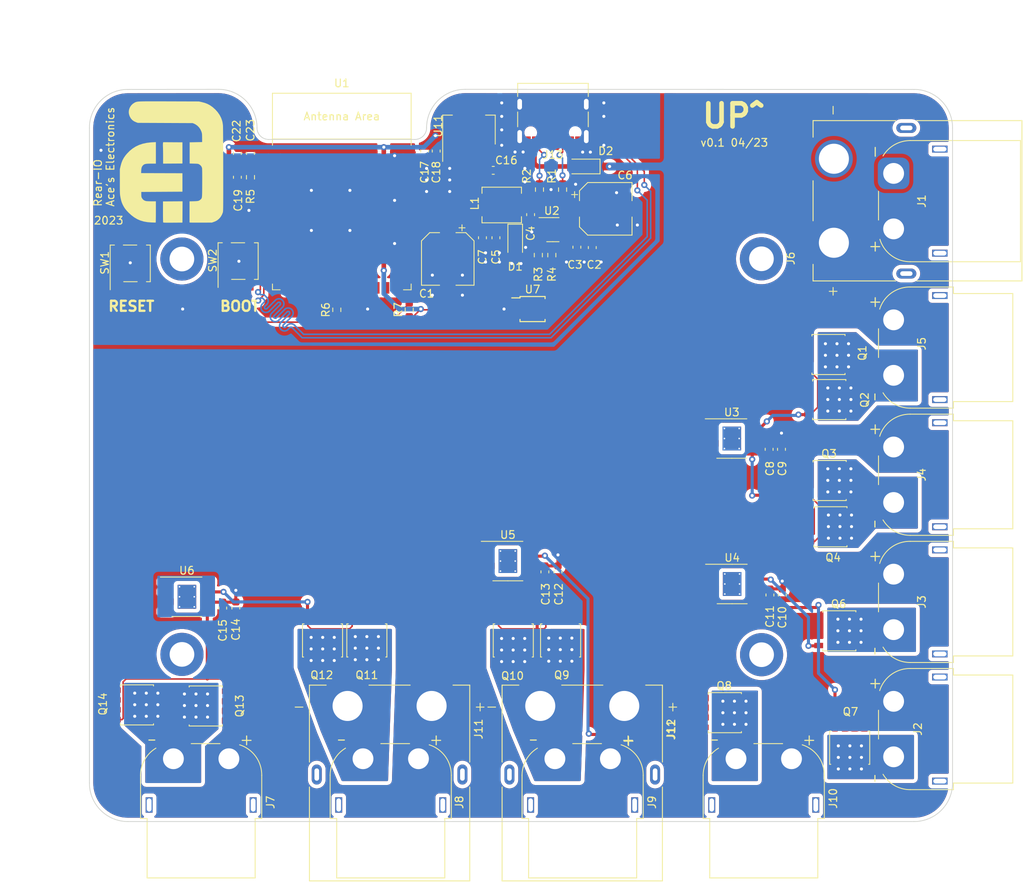
<source format=kicad_pcb>
(kicad_pcb (version 20221018) (generator pcbnew)
  (layers (0 "F.Cu" power) (1 "In1.Cu" signal) (2 "In2.Cu" signal) (31 "B.Cu" power) (34 "B.Paste" user) (35 "F.Paste" user) (36 "B.SilkS" user "B.Silkscreen") (37 "F.SilkS" user "F.Silkscreen") (38 "B.Mask" user) (39 "F.Mask" user) (44 "Edge.Cuts" user))
  (net 0 "")
  (net 34 "+5V")
  (net 35 "GND")
  (net 36 "Net-(U2-BST)")
  (net 37 "Net-(D1-K)")
  (net 38 "VBUS")
  (net 39 "Net-(J13-CC1)")
  (net 40 "USB_D+")
  (net 41 "USB_D-")
  (net 43 "Net-(J13-CC2)")
  (net 45 "Net-(U2-FB)")
  (net 46 "VIN")
  (net 47 "+3.3V")
  (net 48 "Net-(J2-Pin_1)")
  (net 49 "Net-(J3-Pin_1)")
  (net 50 "Net-(J4-Pin_1)")
  (net 51 "Net-(J5-Pin_1)")
  (net 52 "Net-(J7-Pin_1)")
  (net 53 "Net-(J11-Pin_1)")
  (net 54 "Net-(J12-Pin_1)")
  (net 55 "Net-(J10-Pin_1)")
  (net 56 "Net-(Q1-G)")
  (net 57 "Net-(Q3-G)")
  (net 58 "RST")
  (net 59 "Net-(Q10-G)")
  (net 60 "Net-(Q13-G)")
  (net 61 "Net-(U1-GPIO12{slash}TOUCH12{slash}ADC2_CH1{slash}FSPICLK{slash}FSPIIO6{slash}SUBSPICLK)")
  (net 78 "Net-(Q11-G)")
  (net 86 "Net-(Q8-G)")
  (net 87 "Net-(Q7-G)")
  (net 88 "Net-(Q6-G)")
  (net 89 "BOOT")
  (footprint "Acea:AMASS_XT90PW-F" (layer "F.Cu") (at 125.95 133.9 180)
    (fp_text reference "J11")
    (fp_text value "Conn_01x02_Pin")
  )
  (footprint "Resistor_SMD:R_0603_1608Metric" (layer "F.Cu") (at 107.9 56.4 -90)
    (fp_text reference "R5")
    (fp_text value "16k")
  )
  (footprint "Package_TO_SOT_SMD:LFPAK56" (layer "F.Cu") (at 184.3 115.25)
    (fp_text reference "Q6")
    (fp_text value "NTMFS4C03N-HXY")
  )
  (footprint "Capacitor_SMD:CP_Elec_6.3x7.7" (layer "F.Cu") (at 154 60.5)
    (fp_text reference "C6")
    (fp_text value "220uF")
  )
  (footprint "Connector_AMASS:AMASS_XT60PW-F_1x02_P7.20mm_Horizontal" (layer "F.Cu") (at 147.4 131.85 180)
    (fp_text reference "J9")
    (fp_text value "Conn_01x02_Pin")
  )
  (footprint "Package_TO_SOT_SMD:LFPAK56" (layer "F.Cu") (at 93.17 124.86)
    (fp_text reference "Q14")
    (fp_text value "NTMFS4C03N-HXY")
  )
  (footprint "Package_TO_SOT_SMD:SOT-23-6" (layer "F.Cu") (at 147.1375 63.2)
    (fp_text reference "U2")
    (fp_text value "AOZ1280CI")
  )
  (footprint "Resistor_SMD:R_0603_1608Metric" (layer "F.Cu") (at 145.4 58 90)
    (fp_text reference "R2")
    (fp_text value "5.1k")
  )
  (footprint "Package_TO_SOT_SMD:LFPAK56" (layer "F.Cu") (at 183.05 95.75)
    (fp_text reference "Q3")
    (fp_text value "NTMFS4C03N-HXY")
  )
  (footprint "Capacitor_SMD:C_0603_1608Metric" (layer "F.Cu") (at 107.9 53.3 90)
    (fp_text reference "C23")
    (fp_text value "100nF")
  )
  (footprint "Capacitor_SMD:CP_Elec_6.3x5.4" (layer "F.Cu") (at 133.5 67 -90)
    (fp_text reference "C1")
    (fp_text value "22uF")
  )
  (footprint "MountingHole:MountingHole_3.2mm_M3_DIN965_Pad" (layer "F.Cu") (at 99 67.01)
    (fp_text reference "H1" hide)
    (fp_text value "MountingHole")
  )
  (footprint "Capacitor_SMD:C_0603_1608Metric" (layer "F.Cu") (at 139.4 55.5)
    (fp_text reference "C16")
    (fp_text value "100nF")
  )
  (footprint "Package_TO_SOT_SMD:LFPAK56" (layer "F.Cu") (at 142 116.5 -90)
    (fp_text reference "Q10")
    (fp_text value "NTMFS4C03N-HXY")
  )
  (footprint "MountingHole:MountingHole_3.2mm_M3_DIN965_Pad" (layer "F.Cu") (at 174.2 66.98)
    (fp_text reference "H2" hide)
    (fp_text value "MountingHole")
  )
  (footprint "Connector_AMASS:AMASS_XT60PW-F_1x02_P7.20mm_Horizontal" (layer "F.Cu") (at 122.5 131.85 180)
    (fp_text reference "J8")
    (fp_text value "Conn_01x02_Pin")
  )
  (footprint "Capacitor_SMD:C_0603_1608Metric" (layer "F.Cu") (at 144.25 61.25 90)
    (fp_text reference "C4")
    (fp_text value "100nF")
  )
  (footprint "Connector_AMASS:AMASS_XT60PW-F_1x02_P7.20mm_Horizontal" (layer "F.Cu") (at 97.9 131.85 180)
    (fp_text reference "J7")
    (fp_text value "Conn_01x02_Pin")
  )
  (footprint "Capacitor_SMD:C_0603_1608Metric" (layer "F.Cu") (at 106.2 56.4 -90)
    (fp_text reference "C19")
    (fp_text value "100nF")
  )
  (footprint "Package_SO:HSOP-8-1EP_3.9x4.9mm_P1.27mm_EP2.41x3.1mm_ThermalVias" (layer "F.Cu") (at 141.295 106.2)
    (fp_text reference "U5")
    (fp_text value "MIC4426")
  )
  (footprint "Capacitor_SMD:C_0603_1608Metric" (layer "F.Cu") (at 138 64.25 -90)
    (fp_text reference "C7")
    (fp_text value "10uF")
  )
  (footprint "Connector_AMASS:AMASS_XT60PW-M_1x02_P7.20mm_Horizontal" (layer "F.Cu") (at 191.35 55.9 -90)
    (fp_text reference "J1")
    (fp_text value "Conn_01x02_Pin")
  )
  (footprint "Connector_AMASS:AMASS_XT60PW-F_1x02_P7.20mm_Horizontal" (layer "F.Cu") (at 191.35 82.1 -90)
    (fp_text reference "J5")
    (fp_text value "Conn_01x02_Pin")
  )
  (footprint "Package_TO_SOT_SMD:SOT-223" (layer "F.Cu") (at 136.25 50.25 90)
    (fp_text reference "U11")
    (fp_text value "TLV1117-33")
  )
  (footprint "Resistor_SMD:R_0603_1608Metric" (layer "F.Cu") (at 119.1 73.6 90)
    (fp_text reference "R6")
    (fp_text value "16k")
  )
  (footprint "Connector_AMASS:AMASS_XT60PW-F_1x02_P7.20mm_Horizontal" (layer "F.Cu") (at 191.35 131.6 -90)
    (fp_text reference "J2")
    (fp_text value "Conn_01x02_Pin")
  )
  (footprint "Capacitor_SMD:C_0603_1608Metric" (layer "F.Cu") (at 106.2 53.3 90)
    (fp_text reference "C22")
    (fp_text value "10uF")
  )
  (footprint "Capacitor_SMD:C_0603_1608Metric" (layer "F.Cu") (at 146.1 107.6 -90)
    (fp_text reference "C13")
    (fp_text value "100nF")
  )
  (footprint "Inductor_SMD:L_Chilisin_BMRA00040415" (layer "F.Cu") (at 140.5 60 180)
    (fp_text reference "L1")
    (fp_text value "10uH")
  )
  (footprint "Package_TO_SOT_SMD:LFPAK56" (layer "F.Cu") (at 102.1 125 180)
    (fp_text reference "Q13")
    (fp_text value "NTMFS4C03N-HXY")
  )
  (footprint "Resistor_SMD:R_0603_1608Metric" (layer "F.Cu") (at 145.25 66.5 -90)
    (fp_text reference "R3")
    (fp_text value "82k")
  )
  (footprint "Package_TO_SOT_SMD:LFPAK56" (layer "F.Cu") (at 185.65 130.42 -90)
    (fp_text reference "Q7")
    (fp_text value "NTMFS4C03N-HXY")
  )
  (footprint "Capacitor_SMD:C_0603_1608Metric" (layer "F.Cu") (at 106 112.285 -90)
    (fp_text reference "C14")
    (fp_text value "10uF")
  )
  (footprint "Resistor_SMD:R_0603_1608Metric" (layer "F.Cu") (at 147 66.5 90)
    (fp_text reference "R4")
    (fp_text value "16k")
  )
  (footprint "Package_TO_SOT_SMD:LFPAK56" (layer "F.Cu") (at 169.45 125.87)
    (fp_text reference "Q8")
    (fp_text value "NTMFS4C03N-HXY")
  )
  (footprint "Package_SO:TSSOP-10_3x3mm_P0.5mm" (layer "F.Cu") (at 144.5 73.5)
    (fp_text reference "U7")
    (fp_text value "ADS1115IDGS")
  )
  (footprint "Package_TO_SOT_SMD:LFPAK56" (layer "F.Cu") (at 182.9 79.4)
    (fp_text reference "Q1")
    (fp_text value "NTMFS4C03N-HXY")
  )
  (footprint "Capacitor_SMD:C_0603_1608Metric" (layer "F.Cu") (at 147.8 107.6 -90)
    (fp_text reference "C12")
    (fp_text value "10uF")
  )
  (footprint "Capacitor_SMD:C_0603_1608Metric" (layer "F.Cu") (at 130.5 53 -90)
    (fp_text reference "C17")
    (fp_text value "10uF")
  )
  (footprint "Capacitor_SMD:C_0603_1608Metric" (layer "F.Cu") (at 132 53 -90)
    (fp_text reference "C18")
    (fp_text value "100nF")
  )
  (footprint "Capacitor_SMD:C_0603_1608Metric" (layer "F.Cu") (at 104.3 112.3 -90)
    (fp_text reference "C15")
    (fp_text value "100nF")
  )
  (footprint "Acea:ae_15mm" (layer "F.Cu") (at 97.6 54.6)
    (fp_text reference "G***" hide)
    (fp_text value "LOGO" hide)
  )
  (footprint "Package_TO_SOT_SMD:LFPAK56" (layer "F.Cu") (at 183.15 101.75)
    (fp_text reference "Q4")
    (fp_text value "NTMFS4C03N-HXY")
  )
  (footprint "Capacitor_SMD:C_0603_1608Metric" (layer "F.Cu") (at 152.25 65.525 -90)
    (fp_text reference "C2")
    (fp_text value "10uF")
  )
  (footprint "Acea:TS4550TP" (layer "F.Cu") (at 106.3 67.2 90)
    (fp_text reference "SW2")
    (fp_text value "C620183")
  )
  (footprint "Package_SO:HSOP-8-1EP_3.9x4.9mm_P1.27mm_EP2.41x3.1mm_ThermalVias" (layer "F.Cu") (at 99.65 110.835)
    (fp_text reference "U6")
    (fp_text value "MIC4426")
  )
  (footprint "Connector_USB:USB_C_Receptacle_G-Switch_GT-USB-7010ASV" (layer "F.Cu") (at 147.15 48 180)
    (fp_text reference "J13")
    (fp_text value "USB_C_Receptacle_USB2.0")
  )
  (footprint "Capacitor_SMD:C_0603_1608Metric" (layer "F.Cu") (at 175.3 110.6 -90)
    (fp_text reference "C11")
    (fp_text value "100nF")
  )
  (footprint "Resistor_SMD:R_0603_1608Metric" (layer "F.Cu") (at 148.4 58 -90)
    (fp_text reference "R1")
    (fp_text value "5.1k")
  )
  (footprint "Connector_AMASS:AMASS_XT60PW-F_1x02_P7.20mm_Horizontal" (layer "F.Cu") (at 170.9 131.85 180)
    (fp_text reference "J10")
    (fp_text value "Conn_01x02_Pin")
  )
  (footprint "Package_SO:HSOP-8-1EP_3.9x4.9mm_P1.27mm_EP2.41x3.1mm_ThermalVias" (layer "F.Cu") (at 170.355 90.3)
    (fp_text reference "U3")
    (fp_text value "MIC4426")
  )
  (footprint "Connector_AMASS:AMASS_XT60PW-F_1x02_P7.20mm_Horizontal" (layer "F.Cu") (at 191.35 98.6 -90)
    (fp_text reference "J4")
    (fp_text value "Conn_01x02_Pin")
  )
  (footprint "Package_TO_SOT_SMD:LFPAK56" (layer "F.Cu") (at 148.14 116.5 -90)
    (fp_text reference "Q9")
    (fp_text value "NTMFS4C03N-HXY")
  )
  (footprint "Capacitor_SMD:C_0603_1608Metric" (layer "F.Cu") (at 176.9 110.6 -90)
    (fp_text reference "C10")
    (fp_text value "10uF")
  )
  (footprint "MountingHole:MountingHole_3.2mm_M3_DIN965_Pad" (layer "F.Cu") (at 99.01 118.31)
    (fp_text reference "H4" hide)
    (fp_text value "MountingHole")
  )
  (footprint "Diode_SMD:Nexperia_CFP3_SOD-123W" (layer "F.Cu") (at 142.25 64.75 -90)
    (fp_text reference "D1")
    (fp_text value "PMEG6020ER")
  )
  (footprint "MountingHole:MountingHole_3.2mm_M3_DIN965_Pad" (layer "F.Cu") (at 174.22 118.35)
    (fp_text reference "H3" hide)
    (fp_text value "MountingHole")
  )
  (footprint "Capacitor_SMD:C_0603_1608Metric" (layer "F.Cu") (at 176.8 91.7 -90)
    (fp_text reference "C9")
    (fp_text value "100nF")
  )
  (footprint "Package_TO_SOT_SMD:LFPAK56" (layer "F.Cu") (at 117.25 116.5 -90)
    (fp_text reference "Q12")
    (fp_text value "NTMFS4C03N-HXY")
  )
  (footprint "Acea:TS4550TP" (layer "F.Cu") (at 92.3 67.5 90)
    (fp_text reference "SW1")
    (fp_text value "C620183")
  )
  (footprint "Acea:AMASS_XT90PW-F" (layer "F.Cu") (at 150.95 133.9 180)
    (fp_text reference "J12")
    (fp_text value "Conn_01x02_Pin")
  )
  (footprint "Espressif:ESP32-S3-WROOM-1" (layer "F.Cu") (at 119.75 61.25)
    (fp_text reference "U1")
    (fp_text value "ESP32-S3-WROOM-1")
  )
  (footprint "Capacitor_SMD:C_0603_1608Metric" (layer "F.Cu") (at 175.2 91.7 -90)
    (fp_text reference "C8")
    (fp_text value "10uF")
  )
  (footprint "Resistor_SMD:R_0603_1608Metric" (layer "F.Cu") (at 128.5 73.6 90)
    (fp_text reference "R7")
    (fp_text value "16k")
  )
  (footprint "Package_TO_SOT_SMD:LFPAK56" (layer "F.Cu") (at 183 85.25)
    (fp_text reference "Q2")
    (fp_text value "NTMFS4C03N-HXY")
  )
  (footprint "Connector_AMASS:AMASS_XT60PW-F_1x02_P7.20mm_Horizontal" (layer "F.Cu") (at 191.35 115.1 -90)
    (fp_text reference "J3")
    (fp_text value "Conn_01x02_Pin")
  )
  (footprint "Capacitor_SMD:C_0603_1608Metric" (layer "F.Cu") (at 139.75 64.25 -90)
    (fp_text reference "C5")
    (fp_text value "100nF")
  )
  (footprint "Diode_SMD:Nexperia_CFP3_SOD-123W" (layer "F.Cu") (at 151 55 180)
    (fp_text reference "D2")
    (fp_text value "PMEG6020ER")
  )
  (footprint "Package_TO_SOT_SMD:LFPAK56" (layer "F.Cu") (at 123 116.5 -90)
    (fp_text reference "Q11")
    (fp_text value "NTMFS4C03N-HXY")
  )
  (footprint "Package_SO:HSOP-8-1EP_3.9x4.9mm_P1.27mm_EP2.41x3.1mm_ThermalVias" (layer "F.Cu") (at 170.4 109.175)
    (fp_text reference "U4")
    (fp_text value "MIC4426")
  )
  (footprint "Capacitor_SMD:C_0603_1608Metric" (layer "F.Cu") (at 150.25 65.475 -90)
    (fp_text reference "C3")
    (fp_text value "100nF")
  )
  (footprint "Acea:AMASS_XT90PW-M" (layer "F.Cu") (at 193 59.45 90)
    (fp_text reference "J6")
    (fp_text value "Conn_01x02_Pin")
  )
  (gr_line (start 110.25 51.49) (end 129.25 51.49) (stroke (width 0.1)) (layer "Edge.Cuts"))
  (gr_line (start 199 50) (end 199 135) (stroke (width 0.1)) (layer "Edge.Cuts"))
  (gr_line (start 87 135) (end 87 50) (stroke (width 0.1)) (layer "Edge.Cuts"))
  (gr_arc (start 92 140) (mid 88.464466 138.535534) (end 87 135) (stroke (width 0.1)) (layer "Edge.Cuts"))
  (gr_arc (start 194 45) (mid 197.535534 46.464466) (end 199 50) (stroke (width 0.1)) (layer "Edge.Cuts"))
  (gr_arc (start 130.75 49.99) (mid 130.31066 51.05066) (end 129.25 51.49) (stroke (width 0.1)) (layer "Edge.Cuts"))
  (gr_arc (start 110.25 51.49) (mid 109.18934 51.05066) (end 108.75 49.99) (stroke (width 0.1)) (layer "Edge.Cuts"))
  (gr_line (start 194 140) (end 92 140) (stroke (width 0.1)) (layer "Edge.Cuts"))
  (gr_arc (start 103.75 44.99) (mid 107.285534 46.454466) (end 108.75 49.99) (stroke (width 0.1)) (layer "Edge.Cuts"))
  (gr_line (start 92 45) (end 103.75 44.99) (stroke (width 0.1)) (layer "Edge.Cuts"))
  (gr_arc (start 130.75 49.99) (mid 132.214466 46.454466) (end 135.75 44.99) (stroke (width 0.1)) (layer "Edge.Cuts"))
  (gr_line (start 135.75 44.99) (end 194 45) (stroke (width 0.1)) (layer "Edge.Cuts"))
  (gr_arc (start 199 135) (mid 197.535534 138.535534) (end 194 140) (stroke (width 0.1)) (layer "Edge.Cuts"))
  (gr_arc (start 87 50) (mid 88.464466 46.464466) (end 92 45) (stroke (width 0.1)) (layer "Edge.Cuts"))
  (gr_text "RESET" (at 89.3 73.9) (layer "F.SilkS") (effects (font (size 1.3 1.3) (thickness 0.3) bold) (justify left bottom)))
  (gr_text "BOOT" (at 103.8 73.9) (layer "F.SilkS") (effects (font (size 1.3 1.3) (thickness 0.3) bold) (justify left bottom)))
  (gr_text "2023" (at 87.5 62.6) (layer "F.SilkS") (effects (font (size 1 1)) (justify left bottom)))
  (gr_text "Rear-IO\nAce's Electronics" (at 90.3 60.3 90) (layer "F.SilkS") (effects (font (size 1 1)) (justify left bottom)))
  (gr_text "v0.1 04/23" (at 166.2 52.5) (layer "F.SilkS") (effects (font (size 1 1)) (justify left bottom)))
  (gr_text "UP^" (at 166.2 50.2) (layer "F.SilkS") (effects (font (size 3 3) (thickness 0.6) bold) (justify left bottom)))
  (segment (start 137.25 68.75) (end 133.5 65) (width 0.2) (layer "F.Cu") (net 34))
  (segment (start 145.25 66) (end 144.475 66.775) (width 0.2) (layer "F.Cu") (net 34))
  (segment (start 144 68.75) (end 137.25 68.75) (width 0.2) (layer "F.Cu") (net 34))
  (segment (start 145.25 65.675) (end 145.25 66) (width 0.2) (layer "F.Cu") (net 34))
  (segment (start 144.475 66.775) (end 144.475 68.275) (width 0.2) (layer "F.Cu") (net 34))
  (segment (start 144.475 68.275) (end 144 68.75) (width 0.2) (layer "F.Cu") (net 34))
  (segment (start 147.925 65.675) (end 148.5 66.25) (width 0.5) (layer "F.Cu") (net 35))
  (segment (start 147.1625 65.5125) (end 147 65.675) (width 0.5) (layer "F.Cu") (net 35))
  (segment (start 148.5 66.25) (end 152.2 66.25) (width 0.5) (layer "F.Cu") (net 35))
  (segment (start 147.1625 63.6625) (end 147.1625 65.5125) (width 0.5) (layer "F.Cu") (net 35))
  (segment (start 150.35 51.725) (end 150.87 51.725) (width 0.6) (layer "F.Cu") (net 35))
  (segment (start 147 65.675) (end 147.925 65.675) (width 0.5) (layer "F.Cu") (net 35))
  (segment (start 142.35 73.5) (end 140.8 73.5) (width 0.2) (layer "F.Cu") (net 35))
  (segment (start 150.87 51.725) (end 151.47 51.125) (width 0.6) (layer "F.Cu") (net 35))
  (segment (start 146.7 63.2) (end 147.1625 63.6625) (width 0.5) (layer "F.Cu") (net 35))
  (segment (start 146 63.2) (end 146.7 63.2) (width 0.5) (layer "F.Cu") (net 35))
  (via (at 133.75 56.75) (size 0.8) (drill 0.4) (layers "F.Cu" "B.Cu") (net 35))
  (via (at 140.5 52.25) (size 0.8) (drill 0.4) (layers "F.Cu" "B.Cu") (net 35))
  (via (at 151 53.137637) (size 0.8) (drill 0.4) (layers "F.Cu" "B.Cu") (net 35))
  (via (at 130.75 55.25) (size 0.8) (drill 0.4) (layers "F.Cu" "B.Cu") (net 35))
  (via (at 140.2 67.4) (size 0.8) (drill 0.4) (layers "F.Cu" "B.Cu") (net 35))
  (via (at 153.75 46.75) (size 0.8) (drill 0.4) (layers "F.Cu" "B.Cu") (net 35))
  (via (at 143.6 65.5) (size 0.8) (drill 0.4) (layers "F.Cu" "B.Cu") (net 35))
  (via (at 140.2 66.2) (size 0.8) (drill 0.4) (layers "F.Cu" "B.Cu") (net 35))
  (via (at 140.5 46.75) (size 0.8) (drill 0.4) (layers "F.Cu" "B.Cu") (net 35))
  (via (at 153.4 67.4) (size 0.8) (drill 0.4) (layers "F.Cu" "B.Cu") (net 35))
  (via (at 143.5 57) (size 0.8) (drill 0.4) (layers "F.Cu" "B.Cu") (net 35))
  (via (at 144.4 63.5) (size 0.8) (drill 0.4) (layers "F.Cu" "B.Cu") (net 35))
  (via (at 123.1 73.5) (size 0.8) (drill 0.4) (layers "F.Cu" "B.Cu") (net 35))
  (via (at 155.4 58.4) (size 0.8) (drill 0.4) (layers "F.Cu" "B.Cu") (net 35))
  (via (at 146.898236 58) (size 0.8) (drill 0.4) (layers "F.Cu" "B.Cu") (net 35))
  (via (at 140.8 73.5) (size 0.8) (drill 0.4) (layers "F.Cu" "B.Cu") (net 35))
  (via (at 143.275 53.125) (size 0.8) (drill 0.4) (layers "F.Cu" "B.Cu") (net 35))
  (via (at 120.8 58.1) (size 0.8) (drill 0.4) (layers "F.Cu" "B.Cu") (net 35))
  (via (at 131.5 71.7) (size 0.8) (drill 0.4) (layers "F.Cu" "B.Cu") (net 35))
  (via (at 150.086172 57.309318) (size 0.8) (drill 0.4) (layers "F.Cu" "B.Cu") (net 35))
  (via (at 143 67.6) (size 0.8) (drill 0.4) (layers "F.Cu" "B.Cu") (net 35))
  (via (at 158.1 62.6) (size 0.8) (drill 0.4) (layers "F.Cu" "B.Cu") (net 35))
  (via (at 92.3 67.5) (size 0.8) (drill 0.4) (layers "F.Cu" "B.Cu") (net 35))
  (via (at 126.6 65) (size 0.8) (drill 0.4) (layers "F.Cu" "B.Cu") (net 35))
  (via (at 138.4 67.4) (size 0.8) (drill 0.4) (layers "F.Cu" "B.Cu") (net 35))
  (via (at 133.75 58.25) (size 0.8) (drill 0.4) (layers "F.Cu" "B.Cu") (net 35))
  (via (at 135.4 69.1) (size 0.8) (drill 0.4) (layers "F.Cu" "B.Cu") (net 35))
  (via (at 115.8 63.3) (size 0.8) (drill 0.4) (layers "F.Cu" "B.Cu") (net 35))
  (via (at 138.4 66.2) (size 0.8) (drill 0.4) (layers "F.Cu" "B.Cu") (net 35))
  (via (at 141.8 67.6) (size 0.8) (drill 0.4) (layers "F.Cu" "B.Cu") (net 35))
  (via (at 115.8 58.1) (size 0.8) (drill 0.4) (layers "F.Cu" "B.Cu") (net 35))
  (via (at 151.2 67.4) (size 0.8) (drill 0.4) (layers "F.Cu" "B.Cu") (net 35))
  (via (at 148.9 67.4) (size 0.8) (drill 0.4) (layers "F.Cu" "B.Cu") (net 35))
  (via (at 131.5 69.1) (size 0.8) (drill 0.4) (layers "F.Cu" "B.Cu") (net 35))
  (via (at 140.5 50.25) (size 0.8) (drill 0.4) (layers "F.Cu" "B.Cu") (net 35))
  (via (at 99.1 73.5) (size 0.8) (drill 0.4) (layers "F.Cu" "B.Cu") (net 35))
  (via (at 88.5 52.9) (size 0.8) (drill 0.4) (layers "F.Cu" "B.Cu") (net 35))
  (via (at 140.5 48.5) (size 0.8) (drill 0.4) (layers "F.Cu" "B.Cu") (net 35))
  (via (at 130.75 56.75) (size 0.8) (drill 0.4) (layers "F.Cu" "B.Cu") (net 35))
  (via (at 126.6 59.4) (size 0.8) (drill 0.4) (layers "F.Cu" "B.Cu") (net 35))
  (via (at 133.75 55.25) (size 0.8) (drill 0.4) (layers "F.Cu" "B.Cu") (net 35))
  (via (at 130.75 58.25) (size 0.8) (drill 0.4) (layers "F.Cu" "B.Cu") (net 35))
  (via (at 152 53.137637) (size 0.8) (drill 0.4) (layers "F.Cu" "B.Cu") (net 35))
  (via (at 142.225 53.125) (size 0.8) (drill 0.4) (layers "F.Cu" "B.Cu") (net 35))
  (via (at 120.8 63.3) (size 0.8) (drill 0.4) (layers "F.Cu" "B.Cu") (net 35))
  (via (at 153.75 48.5) (size 0.8) (drill 0.4) (layers "F.Cu" "B.Cu") (net 35))
  (via (at 146.898236 56.350293) (size 0.8) (drill 0.4) (layers "F.Cu" "B.Cu") (net 35))
  (via (at 107.7 60.7) (size 0.8) (drill 0.4) (layers "F.Cu" "B.Cu") (net 35))
  (via (at 155.5 62.6) (size 0.8) (drill 0.4) (layers "F.Cu" "B.Cu") (net 35))
  (via (at 135.4 71.7) (size 0.8) (drill 0.4) (layers "F.Cu" "B.Cu") (net 35))
  (via (at 106.4 67.3) (size 0.8) (drill 0.4) (layers "F.Cu" "B.Cu") (net 35))
  (via (at 126.6 53.6) (size 0.8) (drill 0.4) (layers "F.Cu" "B.Cu") (net 35))
  (via (at 143.5 55.25) (size 0.8) (drill 0.4) (layers "F.Cu" "B.Cu") (net 35))
  (via (at 153.75 52.25) (size 0.8) (drill 0.4) (layers "F.Cu" "B.Cu") (net 35))
  (segment (start 146 62.25) (end 145.5 62.25) (width 0.6) (layer "F.Cu") (net 36))
  (segment (start 144.25 62.025) (end 145.225 62.025) (width 0.6) (layer "F.Cu") (net 36))
  (segment (start 145.5 62.25) (end 145.25 62) (width 0.6) (layer "F.Cu") (net 36))
  (segment (start 145.225 62.025) (end 145.25 62) (width 0.6) (layer "F.Cu") (net 36))
  (segment (start 149.55 51.725) (end 149.55 54.95) (width 0.6) (layer "F.Cu") (net 38))
  (segment (start 144.75 51.725) (end 144.75 54.6) (width 0.6) (layer "F.Cu") (net 38))
  (segment (start 144.75 54.6) (end 145.15 55) (width 0.6) (layer "F.Cu") (net 38))
  (segment (start 145.15 55) (end 149.6 55) (width 0.6) (layer "F.Cu") (net 38))
  (segment (start 148 53.525) (end 148.4 53.125) (width 0.2) (layer "F.Cu") (net 39))
  (segment (start 148.4 56.166595) (end 148.387727 56.154322) (width 0.2) (layer "F.Cu") (net 39))
  (segment (start 148.4 53.125) (end 148.4 51.725) (width 0.2) (layer "F.Cu") (net 39))
  (segment (start 148.4 57.175) (end 148.4 56.166595) (width 0.2) (layer "F.Cu") (net 39))
  (via (at 148 53.525) (size 0.8) (drill 0.4) (layers "F.Cu" "B.Cu") (net 39))
  (via (at 148.387727 56.154322) (size 0.8) (drill 0.4) (layers "F.Cu" "B.Cu") (net 39))
  (segment (start 148.387727 53.912727) (end 148.387727 56.154322) (width 0.2) (layer "B.Cu") (net 39))
  (segment (start 148 53.525) (end 148.387727 53.912727) (width 0.2) (layer "B.Cu") (net 39))
  (segment (start 159 57.4) (end 159 55.648) (width 0.2) (layer "F.Cu") (net 40))
  (segment (start 109.631365 70.235032) (end 110.366397 69.5) (width 0.2) (layer "F.Cu") (net 40))
  (segment (start 110.366397 69.5) (end 111 69.5) (width 0.2) (layer "F.Cu") (net 40))
  (segment (start 147.25 50.0318) (end 147.25 50.6) (width 0.2) (layer "F.Cu") (net 40))
  (segment (start 147.4 50.75) (end 147.4 51.725) (width 0.2) (layer "F.Cu") (net 40))
  (segment (start 146.4 50.725) (end 146.525 50.6) (width 0.2) (layer "F.Cu") (net 40))
  (segment (start 152.227 48.875) (end 148.4068 48.875) (width 0.2) (layer "F.Cu") (net 40))
  (segment (start 146.4 51.725) (end 146.4 50.725) (width 0.2) (layer "F.Cu") (net 40))
  (segment (start 159 55.648) (end 152.227 48.875) (width 0.2) (layer "F.Cu") (net 40))
  (segment (start 148.4068 48.875) (end 147.25 50.0318) (width 0.2) (layer "F.Cu") (net 40))
  (segment (start 108.9 72.4) (end 109.631365 71.668635) (width 0.2) (layer "F.Cu") (net 40))
  (segment (start 147.25 50.6) (end 147.4 50.75) (width 0.2) (layer "F.Cu") (net 40))
  (segment (start 109.631365 71.668635) (end 109.631365 70.235032) (width 0.2) (layer "F.Cu") (net 40))
  (segment (start 146.525 50.6) (end 147.25 50.6) (width 0.2) (layer "F.Cu") (net 40))
  (via (at 159 57.4) (size 0.8) (drill 0.4) (layers "F.Cu" "B.Cu") (net 40))
  (via (at 108.9 72.4) (size 0.8) (drill 0.4) (layers "F.Cu" "B.Cu") (net 40))
  (segment (start 110.372106 73.749216) (end 110.372106 73.749217) (width 0.2) (layer "B.Cu") (net 40))
  (segment (start 111.57422 74.951269) (end 111.57422 74.95127) (width 0.2) (layer "B.Cu") (net 40))
  (segment (start 109.466697 72.084897) (end 109.6909 72.309099) (width 0.2) (layer "B.Cu") (net 40))
  (segment (start 112.776285 76.153371) (end 112.776285 76.153372) (width 0.2) (layer "B.Cu") (net 40))
  (segment (start 112.934168 74.157007) (end 112.934169 74.157006) (width 0.2) (layer "B.Cu") (net 40))
  (segment (start 109.215103 72.084897) (end 109.466697 72.084897) (width 0.2) (layer "B.Cu") (net 40))
  (segment (start 111.57422 74.95127) (end 112.112744 74.412744) (width 0.2) (layer "B.Cu") (net 40))
  (segment (start 111.732072 72.954937) (end 111.732073 72.954936) (width 0.2) (layer "B.Cu") (net 40))
  (segment (start 111.069762 73.051563) (end 111.449229 72.672093) (width 0.2) (layer "B.Cu") (net 40))
  (segment (start 159.825001 58.225001) (end 159 57.4) (width 0.2) (layer "B.Cu") (net 40))
  (segment (start 146.8932 77.225) (end 159.825001 64.293199) (width 0.2) (layer "B.Cu") (net 40))
  (segment (start 108.9 72.4) (end 109.215103 72.084897) (width 0.2) (layer "B.Cu") (net 40))
  (segment (start 112.934169 74.157006) (end 111.857044 75.23413) (width 0.2) (layer "B.Cu") (net 40))
  (segment (start 109.6909 72.591943) (end 109.6909 72.591942) (width 0.2) (layer "B.Cu") (net 40))
  (segment (start 110.65498 74.95127) (end 110.654979 74.95127) (width 0.2) (layer "B.Cu") (net 40))
  (segment (start 114.6068 77.225) (end 146.8932 77.225) (width 0.2) (layer "B.Cu") (net 40))
  (segment (start 112.776285 76.153372) (end 113.014307 75.915349) (width 0.2) (layer "B.Cu") (net 40))
  (segment (start 109.452866 73.749217) (end 109.452865 73.749217) (width 0.2) (layer "B.Cu") (net 40))
  (segment (start 111.857043 76.153371) (end 111.857044 76.153372) (width 0.2) (layer "B.Cu") (net 40))
  (segment (start 110.372106 73.749217) (end 111.069762 73.051563) (width 0.2) (layer "B.Cu") (net 40))
  (segment (start 111.732073 72.954936) (end 110.654979 74.032029) (width 0.2) (layer "B.Cu") (net 40))
  (segment (start 159.825001 64.293199) (end 159.825001 58.225001) (width 0.2) (layer "B.Cu") (net 40))
  (segment (start 113.297149 75.915349) (end 114.6068 77.225) (width 0.2) (layer "B.Cu") (net 40))
  (segment (start 111.732072 72.672094) (end 111.732073 72.672094) (width 0.2) (layer "B.Cu") (net 40))
  (segment (start 113.29715 75.91535) (end 113.297149 75.915349) (width 0.2) (layer "B.Cu") (net 40))
  (segment (start 112.112744 74.412744) (end 112.651327 73.874164) (width 0.2) (layer "B.Cu") (net 40))
  (segment (start 109.6909 72.591942) (end 109.452865 72.829976) (width 0.2) (layer "B.Cu") (net 40))
  (arc (start 110.654979 74.032029) (mid 110.464598 74.49165) (end 110.65498 74.95127) (width 0.2) (layer "B.Cu") (net 40))
  (arc (start 109.452865 73.749217) (mid 109.912486 73.939598) (end 110.372106 73.749216) (width 0.2) (layer "B.Cu") (net 40))
  (arc (start 111.732073 72.672094) (mid 111.790651 72.813516) (end 111.732072 72.954937) (width 0.2) (layer "B.Cu") (net 40))
  (arc (start 111.449229 72.672093) (mid 111.590651 72.613515) (end 111.732072 72.672094) (width 0.2) (layer "B.Cu") (net 40))
  (arc (start 109.452865 72.829976) (mid 109.262484 73.289597) (end 109.452866 73.749217) (width 0.2) (layer "B.Cu") (net 40))
  (arc (start 110.654979 74.95127) (mid 111.1146 75.141651) (end 111.57422 74.951269) (width 0.2) (layer "B.Cu") (net 40))
  (arc (start 111.857044 76.153372) (mid 112.316665 76.343753) (end 112.776285 76.153371) (width 0.2) (layer "B.Cu") (net 40))
  (arc (start 111.857044 75.23413) (mid 111.666662 75.69375) (end 111.857043 76.153371) (width 0.2) (layer "B.Cu") (net 40))
  (arc (start 112.651327 73.874164) (mid 112.792747 73.815585) (end 112.934169 73.874164) (width 0.2) (layer "B.Cu") (net 40))
  (arc (start 112.934169 73.874164) (mid 112.992747 74.015586) (end 112.934168 74.157007) (width 0.2) (layer "B.Cu") (net 40))
  (arc (start 113.014307 75.915349) (mid 113.155729 75.856771) (end 113.29715 75.91535) (width 0.2) (layer "B.Cu") (net 40))
  (arc (start 109.6909 72.309099) (mid 109.749479 72.450521) (end 109.6909 72.591943) (width 0.2) (layer "B.Cu") (net 40))
  (segment (start 109.55 68.35) (end 109.55 69.68) (width 0.2) (layer "F.Cu") (net 41))
  (segment (start 109.181363 71.001158) (end 108.881364 71.301157) (width 0.2) (layer "F.Cu") (net 41))
  (segment (start 158.1 58.1) (end 158.1 55.384397) (width 0.2) (layer "F.Cu") (net 41))
  (segment (start 158.1 55.384397) (end 152.040603 49.325) (width 0.2) (layer "F.Cu") (net 41))
  (segment (start 146.9 51.725) (end 146.9 52.575) (width 0.2) (layer "F.Cu") (net 41))
  (segment (start 109.55 69.68) (end 109.181363 70.048637) (width 0.2) (layer "F.Cu") (net 41))
  (segment (start 146.9 52.575) (end 147.075 52.75) (width 0.2) (layer "F.Cu") (net 41))
  (segment (start 147.7 50.484314) (end 147.9 50.684314) (width 0.2) (layer "F.Cu") (net 41))
  (segment (start 152.040603 49.325) (end 148.5932 49.325) (width 0.2) (layer "F.Cu") (net 41))
  (segment (start 147.9 50.684314) (end 147.9 51.725) (width 0.2) (layer "F.Cu") (net 41))
  (segment (start 148.5932 49.325) (end 147.7 50.2182) (width 0.2) (layer "F.Cu") (net 41))
  (segment (start 147.9 52.65) (end 147.9 51.725) (width 0.2) (layer "F.Cu") (net 41))
  (segment (start 147.8 52.75) (end 147.9 52.65) (width 0.2) (layer "F.Cu") (net 41))
  (segment (start 147.075 52.75) (end 147.8 52.75) (width 0.2) (layer "F.Cu") (net 41))
  (segment (start 110.88 68.35) (end 109.55 68.35) (width 0.2) (layer "F.Cu") (net 41))
  (segment (start 147.7 50.2182) (end 147.7 50.484314) (width 0.2) (layer "F.Cu") (net 41))
  (segment (start 111 68.23) (end 110.88 68.35) (width 0.2) (layer "F.Cu") (net 41))
  (segment (start 109.181363 70.048637) (end 109.181363 71.001158) (width 0.2) (layer "F.Cu") (net 41))
  (via (at 158.1 58.1) (size 0.8) (drill 0.4) (layers "F.Cu" "B.Cu") (net 41))
  (via (at 108.881364 71.301157) (size 0.8) (drill 0.4) (layers "F.Cu" "B.Cu") (net 41))
  (segment (start 111.256021 74.63307) (end 111.25602 74.633071) (width 0.2) (layer "B.Cu") (net 41))
  (segment (start 113.615348 75.59715) (end 113.615348 75.597149) (width 0.2) (layer "B.Cu") (net 41))
  (segment (start 113.615348 75.597149) (end 114.7932 76.775) (width 0.2) (layer "B.Cu") (net 41))
  (segment (start 113.252368 74.475204) (end 112.175243 75.552329) (width 0.2) (layer "B.Cu") (net 41))
  (segment (start 108.881364 71.301157) (end 109.215103 71.634896) (width 0.2) (layer "B.Cu") (net 41))
  (segment (start 113.252368 74.475205) (end 113.252368 74.475204) (width 0.2) (layer "B.Cu") (net 41))
  (segment (start 112.050271 72.353895) (end 112.050272 72.353895) (width 0.2) (layer "B.Cu") (net 41))
  (segment (start 112.458085 75.835172) (end 112.696107 75.597149) (width 0.2) (layer "B.Cu") (net 41))
  (segment (start 110.973179 74.633071) (end 110.973178 74.633071) (width 0.2) (layer "B.Cu") (net 41))
  (segment (start 159.374999 59.374999) (end 158.1 58.1) (width 0.2) (layer "B.Cu") (net 41))
  (segment (start 110.009099 72.910141) (end 109.771064 73.148175) (width 0.2) (layer "B.Cu") (net 41))
  (segment (start 109.215103 71.634896) (end 109.653096 71.634896) (width 0.2) (layer "B.Cu") (net 41))
  (segment (start 112.050271 73.273136) (end 112.050271 73.273135) (width 0.2) (layer "B.Cu") (net 41))
  (segment (start 112.050271 73.273135) (end 110.973178 74.350228) (width 0.2) (layer "B.Cu") (net 41))
  (segment (start 112.175242 75.835172) (end 112.175243 75.835172) (width 0.2) (layer "B.Cu") (net 41))
  (segment (start 109.771065 73.431018) (end 109.771064 73.431017) (width 0.2) (layer "B.Cu") (net 41))
  (segment (start 114.7932 76.775) (end 146.7068 76.775) (width 0.2) (layer "B.Cu") (net 41))
  (segment (start 159.374999 64.106801) (end 159.374999 59.374999) (width 0.2) (layer "B.Cu") (net 41))
  (segment (start 110.053907 73.431016) (end 110.053906 73.431017) (width 0.2) (layer "B.Cu") (net 41))
  (segment (start 112.458086 75.835171) (end 112.458085 75.835172) (width 0.2) (layer "B.Cu") (net 41))
  (segment (start 110.009099 72.910142) (end 110.009099 72.910141) (width 0.2) (layer "B.Cu") (net 41))
  (segment (start 111.25602 74.633071) (end 112.333125 73.555962) (width 0.2) (layer "B.Cu") (net 41))
  (segment (start 110.053906 73.431017) (end 111.13103 72.353894) (width 0.2) (layer "B.Cu") (net 41))
  (segment (start 146.7068 76.775) (end 159.374999 64.106801) (width 0.2) (layer "B.Cu") (net 41))
  (segment (start 109.653096 71.634896) (end 110.009099 71.9909) (width 0.2) (layer "B.Cu") (net 41))
  (arc (start 111.13103 72.353894) (mid 111.590651 72.163513) (end 112.050271 72.353895) (width 0.2) (layer "B.Cu") (net 41))
  (arc (start 112.175243 75.835172) (mid 112.316665 75.89375) (end 112.458086 75.835171) (width 0.2) (layer "B.Cu") (net 41))
  (arc (start 112.050272 72.353895) (mid 112.240653 72.813516) (end 112.050271 73.273136) (width 0.2) (layer "B.Cu") (net 41))
  (arc (start 110.973178 74.350228) (mid 110.9146 74.49165) (end 110.973179 74.633071) (width 0.2) (layer "B.Cu") (net 41))
  (arc (start 112.696107 75.597149) (mid 113.155728 75.406768) (end 113.615348 75.59715) (width 0.2) (layer "B.Cu") (net 41))
  (arc (start 109.771064 73.148175) (mid 109.712486 73.289597) (end 109.771065 73.431018) (width 0.2) (layer "B.Cu") (net 41))
  (arc (start 112.333125 73.555962) (mid 112.792746 73.365581) (end 113.252369 73.555964) (width 0.2) (layer "B.Cu") (net 41))
  (arc (start 112.175243 75.552329) (mid 112.116664 75.69375) (end 112.175242 75.835172) (width 0.2) (layer "B.Cu") (net 41))
  (arc (start 110.973178 74.633071) (mid 111.1146 74.691649) (end 111.256021 74.63307) (width 0.2) (layer "B.Cu") (net 41))
  (arc (start 113.252369 73.555964) (mid 113.44275 74.015585) (end 113.252368 74.475205) (width 0.2) (layer "B.Cu") (net 41))
  (arc (start 109.771064 73.431017) (mid 109.912486 73.489595) (end 110.053907 73.431016) (width 0.2) (layer "B.Cu") (net 41))
  (arc (start 110.009099 71.9909) (mid 110.19948 72.450521) (end 110.009099 72.910142) (width 0.2) (layer "B.Cu") (net 41))
  (segment (start 145.4 52.9) (end 145.4 51.725) (width 0.2) (layer "F.Cu") (net 43))
  (segment (start 145.4 56.199968) (end 145.407602 56.192366) (width 0.2) (layer "F.Cu") (net 43))
  (segment (start 145.4 57.175) (end 145.4 56.199968) (width 0.2) (layer "F.Cu") (net 43))
  (segment (start 146 53.5) (end 145.4 52.9) (width 0.2) (layer "F.Cu") (net 43))
  (via (at 145.407602 56.192366) (size 0.8) (drill 0.4) (layers "F.Cu" "B.Cu") (net 43))
  (via (at 146 53.5) (size 0.8) (drill 0.4) (layers "F.Cu" "B.Cu") (net 43))
  (segment (start 146 53.5) (end 145.407602 54.092398) (width 0.2) (layer "B.Cu") (net 43))
  (segment (start 145.407602 54.092398) (end 145.407602 56.192366) (width 0.2) (layer "B.Cu") (net 43))
  (segment (start 145.25 67.325) (end 146.025 66.55) (width 0.2) (layer "F.Cu") (net 45))
  (segment (start 146.025 66.55) (end 146.025 64.175) (width 0.2) (layer "F.Cu") (net 45))
  (segment (start 147 67.325) (end 145.25 67.325) (width 0.2) (layer "F.Cu") (net 45))
  (segment (start 173.005 90.935) (end 176.79 90.935) (width 0.4) (layer "F.Cu") (net 46))
  (segment (start 173.05 109.81) (end 176.885 109.81) (width 0.4) (layer "F.Cu") (net 46))
  (segment (start 106 110) (end 106 111.485) (width 0.4) (layer "F.Cu") (net 46))
  (segment (start 102.365 111.535) (end 102.3 111.47) (width 0.4) (layer "F.Cu") (net 46))
  (segment (start 176.8 90.925) (end 176.8 89.6) (width 0.4) (layer "F.Cu") (net 46))
  (segment (start 176.885 109.81) (end 176.9 109.825) (width 0.4) (layer "F.Cu") (net 46))
  (segment (start 143.955 106.825) (end 143.945 106.835) (width 0.4) (layer "F.Cu") (net 46))
  (segment (start 106.05 111.535) (end 102.365 111.535) (width 0.4) (layer "F.Cu") (net 46))
  (segment (start 176.79 90.935) (end 176.8 90.925) (width 0.4) (layer "F.Cu") (net 46))
  (segment (start 147.8 106.825) (end 147.8 105.4) (width 0.4) (layer "F.Cu") (net 46))
  (segment (start 176.9 109.825) (end 176.9 108.8) (width 0.4) (layer "F.Cu") (net 46))
  (segment (start 154.5 55) (end 152.4 55) (width 1) (layer "F.Cu") (net 46))
  (segment (start 106 111.485) (end 106.05 111.535) (width 0.4) (layer "F.Cu") (net 46))
  (segment (start 147.8 106.825) (end 143.955 106.825) (width 0.4) (layer "F.Cu") (net 46))
  (via (at 176.9 108.8) (size 0.8) (drill 0.4) (layers "F.Cu" "B.Cu") (net 46))
  (via (at 154.5 55) (size 0.8) (drill 0.4) (layers "F.Cu" "B.Cu") (net 46))
  (via (at 147.8 105.4) (size 0.8) (drill 0.4) (layers "F.Cu" "B.Cu") (net 46))
  (via (at 106 110) (size 0.8) (drill 0.4) (layers "F.Cu" "B.Cu") (net 46))
  (via (at 176.8 89.6) (size 0.8) (drill 0.4) (layers "F.Cu" "B.Cu") (net 46))
  (segment (start 173.7 55) (end 159.8 55) (width 1) (layer "B.Cu") (net 46))
  (segment (start 159.8 55) (end 154.5 55) (width 1) (layer "B.Cu") (net 46))
  (segment (start 183.6 64.9) (end 173.7 55) (width 1) (layer "B.Cu") (net 46))
  (segment (start 128.5 74.425) (end 129.075 74.425) (width 0.2) (layer "F.Cu") (net 47))
  (segment (start 106.385 54.26) (end 106.2 54.075) (width 0.6) (layer "F.Cu") (net 47))
  (segment (start 140.8 70.9) (end 138.1 73.6) (width 0.2) (layer "F.Cu") (net 47))
  (segment (start 105.1 53.8) (end 105.375 54.075) (width 0.6) (layer "F.Cu") (net 47))
  (segment (start 105.375 54.075) (end 106.2 54.075) (width 0.6) (layer "F.Cu") (net 47))
  (segment (start 129.075 74.425) (end 130 73.5) (width 0.2) (layer "F.Cu") (net 47))
  (segment (start 147.2 70.9) (end 140.8 70.9) (width 0.2) (layer "F.Cu") (net 47))
  (segment (start 125.2 52.5) (end 125.2 68.5) (width 0.6) (layer "F.Cu") (net 47))
  (segment (start 148.1 72.825) (end 148.1 71.8) (width 0.2) (layer "F.Cu") (net 47))
  (segment (start 148.1 71.8) (end 147.2 70.9) (width 0.2) (layer "F.Cu") (net 47))
  (segment (start 107.9 55.575) (end 107.9 54.075) (width 0.6) (layer "F.Cu") (net 47))
  (segment (start 138.1 73.6) (end 130.1 73.6) (width 0.2) (layer "F.Cu") (net 47))
  (segment (start 105.1 52.5) (end 105.1 53.8) (width 0.6) (layer "F.Cu") (net 47))
  (segment (start 111 54.26) (end 106.385 54.26) (width 0.6) (layer "F.Cu") (net 47))
  (segment (start 130.1 73.6) (end 130 73.5) (width 0.2) (layer "F.Cu") (net 47))
  (segment (start 146.65 73.5) (end 147.425 73.5) (width 0.2) (layer "F.Cu") (net 47))
  (segment (start 147.425 73.5) (end 148.1 72.825) (width 0.2) (layer "F.Cu") (net 47))
  (via (at 105.1 52.5) (size 0.8) (drill 0.4) (layers "F.Cu" "B.Cu") (net 47))
  (via (at 130 73.5) (size 0.8) (drill 0.4) (layers "F.Cu" "B.Cu") (net 47))
  (via (at 131.9 51) (size 0.8) (drill 0.4) (layers "F.Cu" "B.Cu") (net 47))
  (via (at 125.2 68.5) (size 0.8) (drill 0.4) (layers "F.Cu" "B.Cu") (net 47))
  (via (at 125.2 52.5) (size 0.8) (drill 0.4) (layers "F.Cu" "B.Cu") (net 47))
  (segment (start 127.2 73.5) (end 130 73.5) (width 0.6) (layer "B.Cu") (net 47))
  (segment (start 130.4 52.5) (end 125.2 52.5) (width 0.6) (layer "B.Cu") (net 47))
  (segment (start 131.9 51) (end 130.4 52.5) (width 0.6) (layer "B.Cu") (net 47))
  (segment (start 125.2 68.5) (end 125.2 71.5) (width 0.6) (layer "B.Cu") (net 47))
  (segment (start 125.2 52.5) (end 105.1 52.5) (width 0.6) (layer "B.Cu") (net 47))
  (segment (start 125.2 71.5) (end 127.2 73.5) (width 0.6) (layer "B.Cu") (net 47))
  (via (at 184.174123 130.175435) (size 0.8) (drill 0.4) (layers "F.Cu" "B.Cu") (net 48))
  (via (at 187.174123 130.175435) (size 0.8) (drill 0.4) (layers "F.Cu" "B.Cu") (net 48))
  (via (at 185.674123 130.175435) (size 0.8) (drill 0.4) (layers "F.Cu" "B.Cu") (net 48))
  (via (at 187.174123 133.175435) (size 0.8) (drill 0.4) (layers "F.Cu" "B.Cu") (net 48))
  (via (at 184.174123 131.675435) (size 0.8) (drill 0.4) (layers "F.Cu" "B.Cu") (net 48))
  (via (at 185.674123 133.175435) (size 0.8) (drill 0.4) (layers "F.Cu" "B.Cu") (net 48))
  (via (at 187.174123 131.675435) (size 0.8) (drill 0.4) (layers "F.Cu" "B.Cu") (net 48))
  (via (at 185.674123 131.675435) (size 0.8) (drill 0.4) (layers "F.Cu" "B.Cu") (net 48))
  (via (at 184.174123 133.175435) (size 0.8) (drill 0.4) (layers "F.Cu" "B.Cu") (net 48))
  (via (at 187.120712 115.243572) (size 0.8) (drill 0.4) (layers "F.Cu" "B.Cu") (net 49))
  (via (at 184.120712 116.743572) (size 0.8) (drill 0.4) (layers "F.Cu" "B.Cu") (net 49))
  (via (at 185.620712 113.743572) (size 0.8) (drill 0.4) (layers "F.Cu" "B.Cu") (net 49))
  (via (at 185.620712 115.243572) (size 0.8) (drill 0.4) (layers "F.Cu" "B.Cu") (net 49))
  (via (at 185.620712 116.743572) (size 0.8) (drill 0.4) (layers "F.Cu" "B.Cu") (net 49))
  (via (at 187.120712 113.743572) (size 0.8) (drill 0.4) (layers "F.Cu" "B.Cu") (net 49))
  (via (at 187.120712 116.743572) (size 0.8) (drill 0.4) (layers "F.Cu" "B.Cu") (net 49))
  (via (at 184.120712 113.743572) (size 0.8) (drill 0.4) (layers "F.Cu" "B.Cu") (net 49))
  (via (at 184.120712 115.243572) (size 0.8) (drill 0.4) (layers "F.Cu" "B.Cu") (net 49))
  (via (at 184.387718 101.7307) (size 0.8) (drill 0.4) (layers "F.Cu" "B.Cu") (net 50))
  (via (at 185.809064 97.226705) (size 0.8) (drill 0.4) (layers "F.Cu" "B.Cu") (net 50))
  (via (at 184.387718 103.2307) (size 0.8) (drill 0.4) (layers "F.Cu" "B.Cu") (net 50))
  (via (at 182.809064 95.726705) (size 0.8) (drill 0.4) (layers "F.Cu" "B.Cu") (net 50))
  (via (at 184.309064 97.226705) (size 0.8) (drill 0.4) (layers "F.Cu" "B.Cu") (net 50))
  (via (at 182.809064 97.226705) (size 0.8) (drill 0.4) (layers "F.Cu" "B.Cu") (net 50))
  (via (at 185.809064 95.726705) (size 0.8) (drill 0.4) (layers "F.Cu" "B.Cu") (net 50))
  (via (at 185.887718 103.2307) (size 0.8) (drill 0.4) (layers "F.Cu" "B.Cu") (net 50))
  (via (at 185.887718 101.7307) (size 0.8) (drill 0.4) (layers "F.Cu" "B.Cu") (net 50))
  (via (at 184.309064 94.226705) (size 0.8) (drill 0.4) (layers "F.Cu" "B.Cu") (net 50))
  (via (at 185.809064 94.226705) (size 0.8) (drill 0.4) (layers "F.Cu" "B.Cu") (net 50))
  (via (at 184.387718 100.2307) (size 0.8) (drill 0.4) (layers "F.Cu" "B.Cu") (net 50))
  (via (at 182.887718 103.2307) (size 0.8) (drill 0.4) (layers "F.Cu" "B.Cu") (net 50))
  (via (at 182.887718 100.2307) (size 0.8) (drill 0.4) (layers "F.Cu" "B.Cu") (net 50))
  (via (at 184.309064 95.726705) (size 0.8) (drill 0.4) (layers "F.Cu" "B.Cu") (net 50))
  (via (at 182.809064 94.226705) (size 0.8) (drill 0.4) (layers "F.Cu" "B.Cu") (net 50))
  (via (at 185.887718 100.2307) (size 0.8) (drill 0.4) (layers "F.Cu" "B.Cu") (net 50))
  (via (at 182.887718 101.7307) (size 0.8) (drill 0.4) (layers "F.Cu" "B.Cu") (net 50))
  (via (at 184 79.5) (size 0.8) (drill 0.4) (layers "F.Cu" "B.Cu") (net 51))
  (via (at 182.809616 85.238464) (size 0.8) (drill 0.4) (layers "F.Cu" "B.Cu") (net 51))
  (via (at 185.809616 83.738464) (size 0.8) (drill 0.4) (layers "F.Cu" "B.Cu") (net 51))
  (via (at 182.809616 86.738464) (size 0.8) (drill 0.4) (layers "F.Cu" "B.Cu") (net 51))
  (via (at 185.5 79.5) (size 0.8) (drill 0.4) (layers "F.Cu" "B.Cu") (net 51))
  (via (at 182.5 81) (size 0.8) (drill 0.4) (layers "F.Cu" "B.Cu") (net 51))
  (via (at 184 81) (size 0.8) (drill 0.4) (layers "F.Cu" "B.Cu") (net 51))
  (via (at 182.5 78) (size 0.8) (drill 0.4) (layers "F.Cu" "B.Cu") (net 51))
  (via (at 185.5 81) (size 0.8) (drill 0.4) (layers "F.Cu" "B.Cu") (net 51))
  (via (at 182.809616 83.738464) (size 0.8) (drill 0.4) (layers "F.Cu" "B.Cu") (net 51))
  (via (at 184 78) (size 0.8) (drill 0.4) (layers "F.Cu" "B.Cu") (net 51))
  (via (at 185.809616 86.738464) (size 0.8) (drill 0.4) (layers "F.Cu" "B.Cu") (net 51))
  (via (at 182.5 79.5) (size 0.8) (drill 0.4) (layers "F.Cu" "B.Cu") (net 51))
  (via (at 184.309616 85.238464) (size 0.8) (drill 0.4) (layers "F.Cu" "B.Cu") (net 51))
  (via (at 185.809616 85.238464) (size 0.8) (drill 0.4) (layers "F.Cu" "B.Cu") (net 51))
  (via (at 184.309616 83.738464) (size 0.8) (drill 0.4) (layers "F.Cu" "B.Cu") (net 51))
  (via (at 184.309616 86.738464) (size 0.8) (drill 0.4) (layers "F.Cu" "B.Cu") (net 51))
  (via (at 185.5 78) (size 0.8) (drill 0.4) (layers "F.Cu" "B.Cu") (net 51))
  (via (at 99.329203 123.446242) (size 0.8) (drill 0.4) (layers "F.Cu" "B.Cu") (net 52))
  (via (at 95.881628 126.339494) (size 0.8) (drill 0.4) (layers "F.Cu" "B.Cu") (net 52))
  (via (at 92.881628 123.339494) (size 0.8) (drill 0.4) (layers "F.Cu" "B.Cu") (net 52))
  (via (at 102.329203 124.946242) (size 0.8) (drill 0.4) (layers "F.Cu" "B.Cu") (net 52))
  (via (at 100.829203 126.446242) (size 0.8) (drill 0.4) (layers "F.Cu" "B.Cu") (net 52))
  (via (at 102.329203 123.446242) (size 0.8) (drill 0.4) (layers "F.Cu" "B.Cu") (net 52))
  (via (at 95.881628 124.839494) (size 0.8) (drill 0.4) (layers "F.Cu" "B.Cu") (net 52))
  (via (at 94.381628 126.339494) (size 0.8) (drill 0.4) (layers "F.Cu" "B.Cu") (net 52))
  (via (at 92.881628 124.839494) (size 0.8) (drill 0.4) (layers "F.Cu" "B.Cu") (net 52))
  (via (at 99.329203 126.446242) (size 0.8) (drill 0.4) (layers "F.Cu" "B.Cu") (net 52))
  (via (at 100.829203 124.946242) (size 0.8) (drill 0.4) (layers "F.Cu" "B.Cu") (net 52))
  (via (at 94.381628 123.339494) (size 0.8) (drill 0.4) (layers "F.Cu" "B.Cu") (net 52))
  (via (at 99.329203 124.946242) (size 0.8) (drill 0.4) (layers "F.Cu" "B.Cu") (net 52))
  (via (at 95.881628 123.339494) (size 0.8) (drill 0.4) (layers "F.Cu" "B.Cu") (net 52))
  (via (at 100.829203 123.446242) (size 0.8) (drill 0.4) (layers "F.Cu" "B.Cu") (net 52))
  (via (at 92.881628 126.339494) (size 0.8) (drill 0.4) (layers "F.Cu" "B.Cu") (net 52))
  (via (at 94.381628 124.839494) (size 0.8) (drill 0.4) (layers "F.Cu" "B.Cu") (net 52))
  (via (at 102.329203 126.446242) (size 0.8) (drill 0.4) (layers "F.Cu" "B.Cu") (net 52))
  (via (at 115.770406 116.103442) (size 0.8) (drill 0.4) (layers "F.Cu" "B.Cu") (net 53))
  (via (at 121.5 116) (size 0.8) (drill 0.4) (layers "F.Cu" "B.Cu") (net 53))
  (via (at 123 116) (size 0.8) (drill 0.4) (layers "F.Cu" "B.Cu") (net 53))
  (via (at 123 117.5) (size 0.8) (drill 0.4) (layers "F.Cu" "B.Cu") (net 53))
  (via (at 115.770406 117.603442) (size 0.8) (drill 0.4) (layers "F.Cu" "B.Cu") (net 53))
  (via (at 123 119) (size 0.8) (drill 0.4) (layers "F.Cu" "B.Cu") (net 53))
  (via (at 124.5 119) (size 0.8) (drill 0.4) (layers "F.Cu" "B.Cu") (net 53))
  (via (at 118.770406 116.103442) (size 0.8) (drill 0.4) (layers "F.Cu" "B.Cu") (net 53))
  (via (at 118.770406 117.603442) (size 0.8) (drill 0.4) (layers "F.Cu" "B.Cu") (net 53))
  (via (at 124.5 117.5) (size 0.8) (drill 0.4) (layers "F.Cu" "B.Cu") (net 53))
  (via (at 117.270406 117.603442) (size 0.8) (drill 0.4) (layers "F.Cu" "B.Cu") (net 53))
  (via (at 121.5 119) (size 0.8) (drill 0.4) (layers "F.Cu" "B.Cu") (net 53))
  (via (at 117.270406 119.103442) (size 0.8) (drill 0.4) (layers "F.Cu" "B.Cu") (net 53))
  (via (at 124.5 116) (size 0.8) (drill 0.4) (layers "F.Cu" "B.Cu") (net 53))
  (via (at 115.770406 119.103442) (size 0.8) (drill 0.4) (layers "F.Cu" "B.Cu") (net 53))
  (via (at 117.270406 116.103442) (size 0.8) (drill 0.4) (layers "F.Cu" "B.Cu") (net 53))
  (via (at 118.770406 119.103442) (size 0.8) (drill 0.4) (layers "F.Cu" "B.Cu") (net 53))
  (via (at 121.5 117.5) (size 0.8) (drill 0.4) (layers "F.Cu" "B.Cu") (net 53))
  (via (at 148.100442 117.69492) (size 0.8) (drill 0.4) (layers "F.Cu" "B.Cu") (net 54))
  (via (at 146.600442 116.19492) (size 0.8) (drill 0.4) (layers "F.Cu" "B.Cu") (net 54))
  (via (at 146.600442 119.19492) (size 0.8) (drill 0.4) (layers "F.Cu" "B.Cu") (net 54))
  (via (at 143.483449 119.244371) (size 0.8) (drill 0.4) (layers "F.Cu" "B.Cu") (net 54))
  (via (at 141.983449 117.744371) (size 0.8) (drill 0.4) (layers "F.Cu" "B.Cu") (net 54))
  (via (at 149.600442 116.19492) (size 0.8) (drill 0.4) (layers "F.Cu" "B.Cu") (net 54))
  (via (at 143.483449 116.244371) (size 0.8) (drill 0.4) (layers "F.Cu" "B.Cu") (net 54))
  (via (at 141.983449 116.244371) (size 0.8) (drill 0.4) (layers "F.Cu" "B.Cu") (net 54))
  (via (at 148.100442 119.19492) (size 0.8) (drill 0.4) (layers "F.Cu" "B.Cu") (net 54))
  (via (at 140.483449 116.244371) (size 0.8) (drill 0.4) (layers "F.Cu" "B.Cu") (net 54))
  (via (at 148.100442 116.19492) (size 0.8) (drill 0.4) (layers "F.Cu" "B.Cu") (net 54))
  (via (at 140.483449 117.744371) (size 0.8) (drill 0.4) (layers "F.Cu" "B.Cu") (net 54))
  (via (at 143.483449 117.744371) (size 0.8) (drill 0.4) (layers "F.Cu" "B.Cu") (net 54))
  (via (at 140.483449 119.244371) (size 0.8) (drill 0.4) (layers "F.Cu" "B.Cu") (net 54))
  (via (at 141.983449 119.244371) (size 0.8) (drill 0.4) (layers "F.Cu" "B.Cu") (net 54))
  (via (at 146.600442 117.69492) (size 0.8) (drill 0.4) (layers "F.Cu" "B.Cu") (net 54))
  (via (at 149.600442 117.69492) (size 0.8) (drill 0.4) (layers "F.Cu" "B.Cu") (net 54))
  (via (at 149.600442 119.19492) (size 0.8) (drill 0.4) (layers "F.Cu" "B.Cu") (net 54))
  (via (at 169.19651 124.382148) (size 0.8) (drill 0.4) (layers "F.Cu" "B.Cu") (net 55))
  (via (at 172.19651 127.382148) (size 0.8) (drill 0.4) (layers "F.Cu" "B.Cu") (net 55))
  (via (at 172.19651 125.882148) (size 0.8) (drill 0.4) (layers "F.Cu" "B.Cu") (net 55))
  (via (at 170.69651 125.882148) (size 0.8) (drill 0.4) (layers "F.Cu" "B.Cu") (net 55))
  (via (at 170.69651 127.382148) (size 0.8) (drill 0.4) (layers "F.Cu" "B.Cu") (net 55))
  (via (at 172.19651 124.382148) (size 0.8) (drill 0.4) (layers "F.Cu" "B.Cu") (net 55))
  (via (at 170.69651 124.382148) (size 0.8) (drill 0.4) (layers "F.Cu" "B.Cu") (net 55))
  (via (at 169.19651 125.882148) (size 0.8) (drill 0.4) (layers "F.Cu" "B.Cu") (net 55))
  (via (at 169.19651 127.382148) (size 0.8) (drill 0.4) (layers "F.Cu" "B.Cu") (net 55))
  (segment (start 180.29 87.2) (end 180.33 87.16) (width 0.4) (layer "F.Cu") (net 56))
  (segment (start 173.312817 89.665) (end 173.005 89.665) (width 0.4) (layer "F.Cu") (net 56))
  (segment (start 174.9 88.077817) (end 173.312817 89.665) (width 0.4) (layer "F.Cu") (net 56))
  (segment (start 180.33 87.16) (end 180.59 87.16) (width 0.2) (layer "F.Cu") (net 56))
  (segment (start 180.59 87.16) (end 181.5 86.25) (width 0.2) (layer "F.Cu") (net 56))
  (segment (start 181.5 86.25) (end 181.5 82.58) (width 0.2) (layer "F.Cu") (net 56))
  (segment (start 181.5 82.58) (end 180.23 81.31) (width 0.2) (layer "F.Cu") (net 56))
  (segment (start 179 87.2) (end 180.29 87.2) (width 0.4) (layer "F.Cu") (net 56))
  (via (at 179 87.2) (size 0.8) (drill 0.4) (layers "F.Cu" "B.Cu") (net 56))
  (via (at 174.9 88.077817) (size 0.8) (drill 0.4) (layers "F.Cu" "B.Cu") (net 56))
  (segment (start 178.9 87.3) (end 179 87.2) (width 0.4) (layer "B.Cu") (net 56))
  (segment (start 175.677817 87.3) (end 178.9 87.3) (width 0.4) (layer "B.Cu") (net 56))
  (segment (start 174.9 88.077817) (end 175.677817 87.3) (width 0.4) (layer "B.Cu") (net 56))
  (segment (start 180.48 103.66) (end 181.09 103.66) (width 0.2) (layer "F.Cu") (net 57))
  (segment (start 181.09 103.66) (end 181.75 103) (width 0.2) (layer "F.Cu") (net 57))
  (segment (start 181.75 99.03) (end 180.38 97.66) (width 0.2) (layer "F.Cu") (net 57))
  (segment (start 173 97.7) (end 173.04 97.66) (width 0.4) (layer "F.Cu") (net 57))
  (segment (start 181.75 103) (end 181.75 99.03) (width 0.2) (layer "F.Cu") (net 57))
  (segment (start 173.005 92.995) (end 173 93) (width 0.4) (layer "F.Cu") (net 57))
  (segment (start 173.04 97.66) (end 180.38 97.66) (width 0.4) (layer "F.Cu") (net 57))
  (segment (start 173.005 92.205) (end 173.005 92.995) (width 0.4) (layer "F.Cu") (net 57))
  (via (at 173 97.7) (size 0.8) (drill 0.4) (layers "F.Cu" "B.Cu") (net 57))
  (via (at 173 93) (size 0.8) (drill 0.4) (layers "F.Cu" "B.Cu") (net 57))
  (segment (start 173 93) (end 173 97.7) (width 0.4) (layer "B.Cu") (net 57))
  (segment (start 106.2 55.625) (end 106.3 55.625) (width 0.4) (layer "F.Cu") (net 58))
  (segment (start 104.7 63.1) (end 105.3 62.5) (width 0.2) (layer "F.Cu") (net 58))
  (segment (start 106.3 55.625) (end 107.9 57.225) (width 0.4) (layer "F.Cu") (net 58))
  (segment (start 90.8 70.7) (end 90.8 64.4) (width 0.2) (layer "F.Cu") (net 58))
  (segment (start 107.9 57.225) (end 109.595 55.53) (width 0.4) (layer "F.Cu") (net 58))
  (segment (start 90.8 64.4) (end 92.1 63.1) (width 0.2) (layer "F.Cu") (net 58))
  (segment (start 105.3 62.5) (end 105.3 56.525) (width 0.2) (layer "F.Cu") (net 58))
  (segment (start 109.595 55.53) (end 111 55.53) (width 0.4) (layer "F.Cu") (net 58))
  (segment (start 92.1 63.1) (end 104.7 63.1) (width 0.2) (layer "F.Cu") (net 58))
  (segment (start 105.3 56.525) (end 106.2 55.625) (width 0.2) (layer "F.Cu") (net 58))
  (segment (start 146.23 114.77) (end 146.23 113.83) (width 0.2) (layer "F.Cu") (net 59))
  (segment (start 140.09 114.59) (end 140.5 115) (width 0.2) (layer "F.Cu") (net 59))
  (segment (start 146 115) (end 146.23 114.77) (width 0.2) (layer "F.Cu") (net 59))
  (segment (start 140.09 113.83) (end 140.09 114.59) (width 0.2) (layer "F.Cu") (net 59))
  (segment (start 140.5 115) (end 145 115) (width 0.2) (layer "F.Cu") (net 59))
  (segment (start 145.1 109.5) (end 145.1 115) (width 0.4) (layer "F.Cu") (net 59))
  (segment (start 143.945 108.105) (end 143.945 108.345) (width 0.4) (layer "F.Cu") (net 59))
  (segment (start 145 115) (end 146 115) (width 0.2) (layer "F.Cu") (net 59))
  (segment (start 143.945 108.345) (end 145.1 109.5) (width 0.4) (layer "F.Cu") (net 59))
  (segment (start 91.75 121.5) (end 102.3 121.5) (width 0.2) (layer "F.Cu") (net 60))
  (segment (start 102.3 121.5) (end 104 121.5) (width 0.2) (layer "F.Cu") (net 60))
  (segment (start 90.5 126.77) (end 91.23 126.77) (width 0.2) (layer "F.Cu") (net 60))
  (segment (start 102.3 112.74) (end 102.3 121.5) (width 0.4) (layer "F.Cu") (net 60))
  (segment (start 91.375 126.625) (end 91.375 121.875) (width 0.2) (layer "F.Cu") (net 60))
  (segment (start 104 121.5) (end 104.77 122.27) (width 0.2) (layer "F.Cu") (net 60))
  (segment (start 91.23 126.77) (end 91.375 126.625) (width 0.2) (layer "F.Cu") (net 60))
  (segment (start 104.77 122.27) (end 104.77 123.09) (width 0.2) (layer "F.Cu") (net 60))
  (segment (start 91.375 121.875) (end 91.75 121.5) (width 0.2) (layer "F.Cu") (net 60))
  (segment (start 115.34 113.83) (end 115.34 114.59) (width 0.2) (layer "F.Cu") (net 78))
  (segment (start 121.09 114.66) (end 121.09 113.83) (width 0.2) (layer "F.Cu") (net 78))
  (segment (start 102.3 110.2) (end 104.4 110.2) (width 0.4) (layer "F.Cu") (net 78))
  (segment (start 120.75 115) (end 121.09 114.66) (width 0.2) (layer "F.Cu") (net 78))
  (segment (start 115.75 115) (end 120.75 115) (width 0.2) (layer "F.Cu") (net 78))
  (segment (start 115.34 114.59) (end 115.75 115) (width 0.2) (layer "F.Cu") (net 78))
  (segment (start 115.3 111.5) (end 115.3 113.79) (width 0.4) (layer "F.Cu") (net 78))
  (segment (start 115.3 113.79) (end 115.34 113.83) (width 0.4) (layer "F.Cu") (net 78))
  (via (at 104.4 110.2) (size 0.8) (drill 0.4) (layers "F.Cu" "B.Cu") (net 78))
  (via (at 115.3 111.5) (size 0.8) (drill 0.4) (layers "F.Cu" "B.Cu") (net 78))
  (segment (start 104.4 110.2) (end 105.7 111.5) (width 0.4) (layer "B.Cu") (net 78))
  (segment (start 105.7 111.5) (end 115.3 111.5) (width 0.4) (layer "B.Cu") (net 78))
  (segment (start 151.8 128.6) (end 151.9 128.7) (width 0.4) (layer "F.Cu") (net 86))
  (segment (start 151.9 128.7) (end 165.86 128.7) (width 0.4) (layer "F.Cu") (net 86))
  (segment (start 143.945 105.565) (end 146.035 105.565) (width 0.4) (layer "F.Cu") (net 86))
  (segment (start 165.86 128.7) (end 166.78 127.78) (width 0.4) (layer "F.Cu") (net 86))
  (segment (start 146.035 105.565) (end 146.1 105.5) (width 0.4) (layer "F.Cu") (net 86))
  (via (at 151.8 128.6) (size 0.8) (drill 0.4) (layers "F.Cu" "B.Cu") (net 86))
  (via (at 146.1 105.5) (size 0.8) (drill 0.4) (layers "F.Cu" "B.Cu") (net 86))
  (segment (start 151.7 111.1) (end 146.1 105.5) (width 0.4) (layer "B.Cu") (net 86))
  (segment (start 151.7 128.6) (end 151.7 111.1) (width 0.4) (layer "B.Cu") (net 86))
  (segment (start 151.8 128.6) (end 151.7 128.6) (width 0.4) (layer "B.Cu") (net 86))
  (segment (start 183.74 122.9) (end 183.74 127.75) (width 0.4) (layer "F.Cu") (net 87))
  (segment (start 174.195 112.225) (end 181.275 112.225) (width 0.4) (layer "F.Cu") (net 87))
  (segment (start 181.275 112.225) (end 181.6 111.9) (width 0.4) (layer "F.Cu") (net 87))
  (segment (start 173.05 111.08) (end 174.195 112.225) (width 0.4) (layer "F.Cu") (net 87))
  (via (at 181.6 111.9) (size 0.8) (drill 0.4) (layers "F.Cu" "B.Cu") (net 87))
  (via (at 183.74 122.9) (size 0.8) (drill 0.4) (layers "F.Cu" "B.Cu") (net 87))
  (segment (start 181.6 120.76) (end 181.6 111.9) (width 0.4) (layer "B.Cu") (net 87))
  (segment (start 183.74 122.9) (end 181.6 120.76) (width 0.4) (layer "B.Cu") (net 87))
  (segment (start 181.59 117.2) (end 181.63 117.16) (width 0.4) (layer "F.Cu") (net 88))
  (segment (start 173.05 108.54) (end 175.34 108.54) (width 0.4) (layer "F.Cu") (net 88))
  (segment (start 175.34 108.54) (end 175.4 108.6) (width 0.4) (layer "F.Cu") (net 88))
  (segment (start 180.3 117.2) (end 181.59 117.2) (width 0.4) (layer "F.Cu") (net 88))
  (via (at 180.3 117.2) (size 0.8) (drill 0.4) (layers "F.Cu" "B.Cu") (net 88))
  (via (at 175.4 108.6) (size 0.8) (drill 0.4) (layers "F.Cu" "B.Cu") (net 88))
  (segment (start 175.4 108.6) (end 180.3 113.5) (width 0.4) (layer "B.Cu") (net 88))
  (segment (start 180.3 113.5) (end 180.3 117.2) (width 0.4) (layer "B.Cu") (net 88))
  (segment (start 104.8 64.1) (end 104.8 70.4) (width 0.2) (layer "F.Cu") (net 89))
  (segment (start 109.3 74.9) (end 109.3 75.2) (width 0.2) (layer "F.Cu") (net 89))
  (segment (start 104.8 70.4) (end 109.3 74.9) (width 0.2) (layer "F.Cu") (net 89))
  (segment (start 126.075 75.2) (end 128.5 72.775) (width 0.2) (layer "F.Cu") (net 89))
  (segment (start 128.5 72.775) (end 128.5 69.5) (width 0.2) (layer "F.Cu") (net 89))
  (segment (start 109.3 75.2) (end 126.075 75.2) (width 0.2) (layer "F.Cu") (net 89))
  (zone (net 35) (net_name "GND") (layer "F.Cu") (priority 2) (connect_pads yes (clearance 0.25)) (min_thickness 0.25) (fill yes (thermal_gap 0.5) (thermal_bridge_width 0.5))
    (polygon (pts (xy 141.65 53.85) (xy 144.25 53.85) (xy 144.25 51.35) (xy 143.65 51.35) (xy 141.65 51.35)))
  )
  (zone (net 35) (net_name "GND") (layer "F.Cu") (priority 2) (connect_pads yes (clearance 0.25)) (min_thickness 0.25) (fill yes (thermal_gap 0.5) (thermal_bridge_width 0.5))
    (polygon (pts (xy 150.1 51.625) (xy 150.1 53.6) (xy 152.7 53.6) (xy 152.7 51.05) (xy 150.675 51.05)))
  )
  (zone (net 37) (net_name "Net-(D1-K)") (layer "F.Cu") (priority 4) (connect_pads yes (clearance 0.25)) (min_thickness 0.25) (fill yes (thermal_gap 0.5) (thermal_bridge_width 0.5))
    (polygon (pts (xy 147.551174 62.719563) (xy 149.001858 62.719563) (xy 149 60.5) (xy 144 59.5) (xy 143 58.5) (xy 141.25 58.5) (xy 141.25 64.25) (xy 143.25 64.25) (xy 143.489848 61.596549) (xy 146.239848 61.596549)))
  )
  (zone (net 34) (net_name "+5V") (layer "F.Cu") (priority 5) (connect_pads yes (clearance 0.25)) (min_thickness 0.25) (fill yes (thermal_gap 0.5) (thermal_bridge_width 0.5))
    (polygon (pts (xy 137.45 52.05) (xy 137.4 55.7) (xy 132.2 62) (xy 132 66.75) (xy 137 66.75) (xy 137 64) (xy 140.75 64) (xy 140.75 62.75) (xy 139.75 61.25) (xy 139.75 52.05)))
  )
  (zone (net 35) (net_name "GND") (layer "F.Cu") (priority 1) (connect_pads (clearance 0.25)) (min_thickness 0.25) (fill yes (thermal_gap 0.5) (thermal_bridge_width 0.5))
    (polygon (pts (xy 149.5 49.5) (xy 149.5 54) (xy 152.5 54) (xy 152.5 49.5)))
  )
  (zone (net 35) (net_name "GND") (layer "F.Cu") (connect_pads yes (clearance 0.5)) (min_thickness 0.25) (fill yes (thermal_gap 0.5) (thermal_bridge_width 0.5) (island_removal_mode 1) (island_area_min 10))
    (polygon (pts (xy 79.25 143.25) (xy 203.25 143.25) (xy 203.5 37.5) (xy 79.25 37.5)))
  )
  (zone (net 46) (net_name "VIN") (layer "F.Cu") (priority 3) (connect_pads yes (clearance 0.25)) (min_thickness 0.25) (fill yes (thermal_gap 0.5) (thermal_bridge_width 0.5))
    (polygon (pts (xy 151.5 58) (xy 150.5 59.5) (xy 149.5 59.5) (xy 149 60.5) (xy 149 62) (xy 149 62.5) (xy 147.5 62.5) (xy 147.5 64.75) (xy 149 65.25) (xy 153.8 65.2) (xy 153.75 54) (xy 151.5 54)))
  )
  (zone (net 47) (net_name "+3.3V") (layer "F.Cu") (priority 15) (connect_pads yes (clearance 0.5)) (min_thickness 0.25) (fill yes (thermal_gap 0.5) (thermal_bridge_width 0.5) (island_removal_mode 1) (island_area_min 10))
    (polygon (pts (xy 129.75 53) (xy 129.75 44.75) (xy 140 44.75) (xy 140 54.5) (xy 135 54.5) (xy 135 52.25) (xy 132.75 52.25) (xy 132.25 53)))
  )
  (zone (net 49) (net_name "Net-(J3-Pin_1)") (layers "F&B.Cu") (priority 7) (connect_pads yes (clearance 0.5)) (min_thickness 0.25) (fill yes (thermal_gap 0.5) (thermal_bridge_width 0.5) (island_removal_mode 1) (island_area_min 10))
    (polygon (pts (xy 182.75 112.25) (xy 182.75 118) (xy 194.25 118) (xy 194.25 112.25)))
  )
  (zone (net 52) (net_name "Net-(J7-Pin_1)") (layers "F&B.Cu") (priority 11) (connect_pads yes (clearance 0.5)) (min_thickness 0.25) (fill yes (thermal_gap 0.5) (thermal_bridge_width 0.5) (island_removal_mode 1) (island_area_min 10))
    (polygon (pts (xy 91.5 122) (xy 103.75 122) (xy 103.75 128) (xy 101.5 130) (xy 101.5 135) (xy 94.25 135) (xy 94.25 130) (xy 91.5 127.5)))
  )
  (zone (net 51) (net_name "Net-(J5-Pin_1)") (layers "F&B.Cu") (priority 6) (connect_pads yes (clearance 0.5)) (min_thickness 0.25) (fill yes (thermal_gap 0.5) (thermal_bridge_width 0.5) (island_removal_mode 1) (island_area_min 10))
    (polygon (pts (xy 181.5 76.5) (xy 181.5 88) (xy 186.75 88) (xy 189 85.5) (xy 194.5 85.5) (xy 194.5 78.75) (xy 189 78.75) (xy 186.5 76.5)))
  )
  (zone (net 55) (net_name "Net-(J10-Pin_1)") (layers "F&B.Cu") (priority 9) (connect_pads yes (clearance 0.5)) (min_thickness 0.25) (fill yes (thermal_gap 0.5) (thermal_bridge_width 0.5) (island_removal_mode 1) (island_area_min 10))
    (polygon (pts (xy 167.75 123) (xy 167.75 134.75) (xy 173.75 134.75) (xy 173.75 123)))
  )
  (zone (net 48) (net_name "Net-(J2-Pin_1)") (layers "F&B.Cu") (priority 8) (connect_pads yes (clearance 0.5)) (min_thickness 0.25) (fill yes (thermal_gap 0.5) (thermal_bridge_width 0.5) (island_removal_mode 1) (island_area_min 10))
    (polygon (pts (xy 182.75 128.75) (xy 194 128.75) (xy 194 134.5) (xy 182.75 134.5)))
  )
  (zone (net 53) (net_name "Net-(J11-Pin_1)") (layers "F&B.Cu") (priority 10) (connect_pads yes (clearance 0.5)) (min_thickness 0.25) (fill yes (thermal_gap 0.5) (thermal_bridge_width 0.5) (island_removal_mode 1) (island_area_min 10))
    (polygon (pts (xy 114 115) (xy 114 120) (xy 117 128.25) (xy 119.75 134.75) (xy 125.75 134.75) (xy 126.25 120.25) (xy 126.25 115)))
  )
  (zone (net 50) (net_name "Net-(J4-Pin_1)") (layers "F&B.Cu") (priority 6) (connect_pads yes (clearance 0.5)) (min_thickness 0.25) (fill yes (thermal_gap 0.5) (thermal_bridge_width 0.5) (island_removal_mode 1) (island_area_min 10))
    (polygon (pts (xy 181.5 93) (xy 181.5 104.5) (xy 186.75 104.5) (xy 189 102) (xy 194.5 102) (xy 194.5 95.25) (xy 189 95.25) (xy 186.5 93)))
  )
  (zone (net 54) (net_name "Net-(J12-Pin_1)") (layers "F&B.Cu") (priority 10) (connect_pads yes (clearance 0.5)) (min_thickness 0.25) (fill yes (thermal_gap 0.5) (thermal_bridge_width 0.5) (island_removal_mode 1) (island_area_min 10))
    (polygon (pts (xy 139 115) (xy 139 120) (xy 142 128.25) (xy 144.75 134.75) (xy 150.75 134.75) (xy 151.25 120.25) (xy 151.25 115)))
  )
  (zone (net 0) (net_name "") (layer "B.Cu") (priority 12) (connect_pads (clearance 0.5)) (min_thickness 0.25) (fill yes (thermal_gap 0.5) (thermal_bridge_width 0.5) (island_removal_mode 1) (island_area_min 10))
    (polygon (pts (xy 95.8 113.5) (xy 95.8 108.1) (xy 103.3 108.1) (xy 103.3 113.4)))
  )
  (zone (net 46) (net_name "VIN") (layer "B.Cu") (connect_pads yes (clearance 0.5)) (min_thickness 0.25) (fill yes (thermal_gap 0.5) (thermal_bridge_width 0.5) (island_removal_mode 1) (island_area_min 10))
    (polygon (pts (xy 81.75 145.75) (xy 205.75 145.75) (xy 206 40) (xy 81.75 40)))
  )
  (zone (net 35) (net_name "GND") (layer "B.Cu") (priority 1) (connect_pads yes (clearance 0.5)) (min_thickness 0.25) (fill yes (thermal_gap 0.5) (thermal_bridge_width 0.5) (island_removal_mode 1) (island_area_min 10))
    (polygon (pts (xy 75.4 78.1) (xy 147.3 78.4) (xy 161 64.7) (xy 161.1 33.4) (xy 75.75 33.5)))
  )
)
</source>
